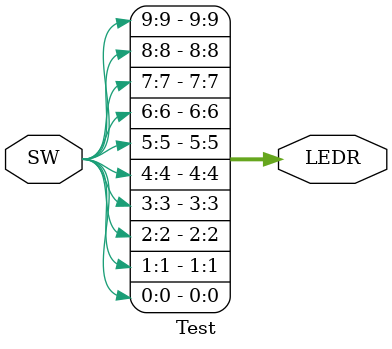
<source format=v>
module buff(out, in);
	output out;
	input  in;
	assign out = in;
endmodule

module Test(LEDR, SW);
	output [9:0] LEDR;
	input  [0:9] SW;
	
	generate
		genvar i;
		for (i=0; i<10; i=i+1) begin: m
			assign LEDR[i] = SW[i];
			//buff name(LEDR[i], SW[i]);
		end
	endgenerate
endmodule 
</source>
